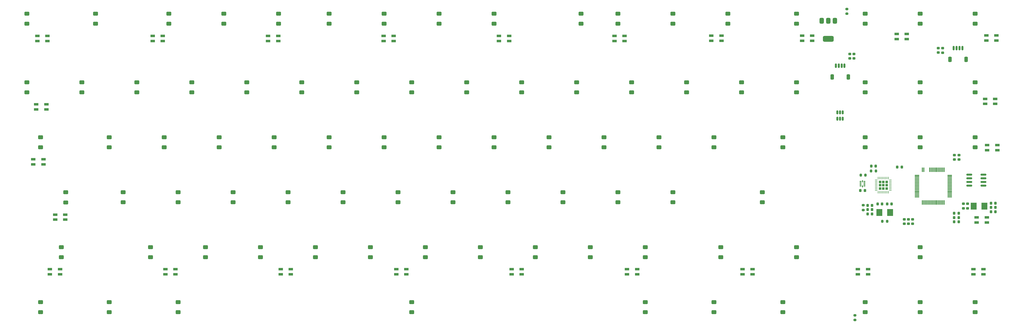
<source format=gbr>
%TF.GenerationSoftware,KiCad,Pcbnew,8.99.0-2209-g89a3b7baa5*%
%TF.CreationDate,2024-09-04T15:50:09+07:00*%
%TF.ProjectId,merisi_ob,6d657269-7369-45f6-9f62-2e6b69636164,rev?*%
%TF.SameCoordinates,Original*%
%TF.FileFunction,Paste,Bot*%
%TF.FilePolarity,Positive*%
%FSLAX46Y46*%
G04 Gerber Fmt 4.6, Leading zero omitted, Abs format (unit mm)*
G04 Created by KiCad (PCBNEW 8.99.0-2209-g89a3b7baa5) date 2024-09-04 15:50:09*
%MOMM*%
%LPD*%
G01*
G04 APERTURE LIST*
G04 Aperture macros list*
%AMRoundRect*
0 Rectangle with rounded corners*
0 $1 Rounding radius*
0 $2 $3 $4 $5 $6 $7 $8 $9 X,Y pos of 4 corners*
0 Add a 4 corners polygon primitive as box body*
4,1,4,$2,$3,$4,$5,$6,$7,$8,$9,$2,$3,0*
0 Add four circle primitives for the rounded corners*
1,1,$1+$1,$2,$3*
1,1,$1+$1,$4,$5*
1,1,$1+$1,$6,$7*
1,1,$1+$1,$8,$9*
0 Add four rect primitives between the rounded corners*
20,1,$1+$1,$2,$3,$4,$5,0*
20,1,$1+$1,$4,$5,$6,$7,0*
20,1,$1+$1,$6,$7,$8,$9,0*
20,1,$1+$1,$8,$9,$2,$3,0*%
G04 Aperture macros list end*
%ADD10R,1.600000X0.850000*%
%ADD11RoundRect,0.250000X0.600000X-0.400000X0.600000X0.400000X-0.600000X0.400000X-0.600000X-0.400000X0*%
%ADD12RoundRect,0.225000X0.225000X0.250000X-0.225000X0.250000X-0.225000X-0.250000X0.225000X-0.250000X0*%
%ADD13RoundRect,0.225000X-0.250000X0.225000X-0.250000X-0.225000X0.250000X-0.225000X0.250000X0.225000X0*%
%ADD14RoundRect,0.150000X0.150000X0.625000X-0.150000X0.625000X-0.150000X-0.625000X0.150000X-0.625000X0*%
%ADD15RoundRect,0.250000X0.350000X0.650000X-0.350000X0.650000X-0.350000X-0.650000X0.350000X-0.650000X0*%
%ADD16R,2.000000X2.400000*%
%ADD17RoundRect,0.007500X0.267500X0.117500X-0.267500X0.117500X-0.267500X-0.117500X0.267500X-0.117500X0*%
%ADD18RoundRect,0.006000X0.269000X0.094000X-0.269000X0.094000X-0.269000X-0.094000X0.269000X-0.094000X0*%
%ADD19RoundRect,0.012000X0.138000X-0.288000X0.138000X0.288000X-0.138000X0.288000X-0.138000X-0.288000X0*%
%ADD20RoundRect,0.200000X-0.275000X0.200000X-0.275000X-0.200000X0.275000X-0.200000X0.275000X0.200000X0*%
%ADD21RoundRect,0.225000X-0.225000X-0.250000X0.225000X-0.250000X0.225000X0.250000X-0.225000X0.250000X0*%
%ADD22RoundRect,0.150000X0.825000X0.150000X-0.825000X0.150000X-0.825000X-0.150000X0.825000X-0.150000X0*%
%ADD23RoundRect,0.232500X-0.232500X-0.232500X0.232500X-0.232500X0.232500X0.232500X-0.232500X0.232500X0*%
%ADD24RoundRect,0.062500X-0.375000X-0.062500X0.375000X-0.062500X0.375000X0.062500X-0.375000X0.062500X0*%
%ADD25RoundRect,0.062500X-0.062500X-0.375000X0.062500X-0.375000X0.062500X0.375000X-0.062500X0.375000X0*%
%ADD26RoundRect,0.225000X0.250000X-0.225000X0.250000X0.225000X-0.250000X0.225000X-0.250000X-0.225000X0*%
%ADD27RoundRect,0.375000X-0.375000X0.625000X-0.375000X-0.625000X0.375000X-0.625000X0.375000X0.625000X0*%
%ADD28RoundRect,0.500000X-1.400000X0.500000X-1.400000X-0.500000X1.400000X-0.500000X1.400000X0.500000X0*%
%ADD29RoundRect,0.200000X-0.200000X-0.275000X0.200000X-0.275000X0.200000X0.275000X-0.200000X0.275000X0*%
%ADD30RoundRect,0.200000X0.200000X0.275000X-0.200000X0.275000X-0.200000X-0.275000X0.200000X-0.275000X0*%
%ADD31RoundRect,0.150000X0.150000X-0.512500X0.150000X0.512500X-0.150000X0.512500X-0.150000X-0.512500X0*%
%ADD32RoundRect,0.075000X0.075000X-0.700000X0.075000X0.700000X-0.075000X0.700000X-0.075000X-0.700000X0*%
%ADD33RoundRect,0.075000X0.700000X-0.075000X0.700000X0.075000X-0.700000X0.075000X-0.700000X-0.075000X0*%
G04 APERTURE END LIST*
D10*
%TO.C,DRGB6*%
X522670000Y458905000D03*
X522670000Y460655000D03*
X526170000Y460655000D03*
X526170000Y458905000D03*
%TD*%
D11*
%TO.C,D81*%
X273638770Y364230798D03*
X273638770Y367730798D03*
%TD*%
D10*
%TO.C,DRGB24*%
X472740000Y379135000D03*
X472740000Y377385000D03*
X469240000Y377385000D03*
X469240000Y379135000D03*
%TD*%
D11*
%TO.C,D33*%
X487950770Y464243298D03*
X487950770Y467743298D03*
%TD*%
%TO.C,D1*%
X221250770Y440430798D03*
X221250770Y443930798D03*
%TD*%
D10*
%TO.C,DRGB28*%
X557540000Y422135000D03*
X557540000Y420385000D03*
X554040000Y420385000D03*
X554040000Y422135000D03*
%TD*%
D11*
%TO.C,D66*%
X264113270Y383280798D03*
X264113270Y386780798D03*
%TD*%
%TO.C,D12*%
X430800770Y440430798D03*
X430800770Y443930798D03*
%TD*%
D12*
%TO.C,C24*%
X514155000Y399800000D03*
X512605000Y399800000D03*
%TD*%
D13*
%TO.C,C11*%
X538580000Y455765000D03*
X538580000Y454215000D03*
%TD*%
D11*
%TO.C,D59*%
X349838270Y402330798D03*
X349838270Y405830798D03*
%TD*%
D14*
%TO.C,J5*%
X504592230Y449673275D03*
X503592230Y449673275D03*
X502592230Y449673275D03*
X501592230Y449673275D03*
D15*
X505892230Y445798275D03*
X500292230Y445798275D03*
%TD*%
D11*
%TO.C,D22*%
X289500000Y464252500D03*
X289500000Y467752500D03*
%TD*%
D16*
%TO.C,Y2*%
X516682500Y398780000D03*
X520382500Y398780000D03*
%TD*%
D10*
%TO.C,DRGB12*%
X304870000Y458265000D03*
X304870000Y460015000D03*
X308370000Y460015000D03*
X308370000Y458265000D03*
%TD*%
%TO.C,DRGB19*%
X272740000Y379135000D03*
X272740000Y377385000D03*
X269240000Y377385000D03*
X269240000Y379135000D03*
%TD*%
D11*
%TO.C,D25*%
X326025770Y464243298D03*
X326025770Y467743298D03*
%TD*%
D13*
%TO.C,C6*%
X528190000Y396450000D03*
X528190000Y394900000D03*
%TD*%
D10*
%TO.C,DRGB15*%
X228010000Y436275000D03*
X228010000Y434525000D03*
X224510000Y434525000D03*
X224510000Y436275000D03*
%TD*%
D11*
%TO.C,D48*%
X459375770Y421380798D03*
X459375770Y424880798D03*
%TD*%
D13*
%TO.C,C12*%
X506390000Y453770000D03*
X506390000Y452220000D03*
%TD*%
D11*
%TO.C,D80*%
X487950770Y383280798D03*
X487950770Y386780798D03*
%TD*%
D10*
%TO.C,DRGB8*%
X458430000Y458315000D03*
X458430000Y460065000D03*
X461930000Y460065000D03*
X461930000Y458315000D03*
%TD*%
D11*
%TO.C,D43*%
X364125770Y421380798D03*
X364125770Y424880798D03*
%TD*%
%TO.C,D36*%
X549863270Y464243298D03*
X549863270Y467743298D03*
%TD*%
%TO.C,D76*%
X435563270Y383280798D03*
X435563270Y386780798D03*
%TD*%
%TO.C,D67*%
X476118870Y402330798D03*
X476118870Y405830798D03*
%TD*%
%TO.C,D74*%
X397463270Y383280798D03*
X397463270Y386780798D03*
%TD*%
%TO.C,D42*%
X345075770Y421380798D03*
X345075770Y424880798D03*
%TD*%
D13*
%TO.C,C13*%
X507850000Y453770000D03*
X507850000Y452220000D03*
%TD*%
D11*
%TO.C,D70*%
X321263270Y383280798D03*
X321263270Y386780798D03*
%TD*%
D17*
%TO.C,U6*%
X511532500Y409530000D03*
D18*
X511532500Y409030000D03*
X511532500Y408530000D03*
D17*
X511532500Y408030000D03*
D19*
X510857500Y407880000D03*
D17*
X510182500Y408030000D03*
D18*
X510182500Y408530000D03*
X510182500Y409030000D03*
D17*
X510182500Y409530000D03*
D19*
X510857500Y409680000D03*
%TD*%
D11*
%TO.C,D86*%
X354610770Y364243298D03*
X354610770Y367743298D03*
%TD*%
%TO.C,D11*%
X411750770Y440430798D03*
X411750770Y443930798D03*
%TD*%
D13*
%TO.C,C10*%
X537110000Y455775000D03*
X537110000Y454225000D03*
%TD*%
D11*
%TO.C,D58*%
X330788270Y402330798D03*
X330788270Y405830798D03*
%TD*%
%TO.C,D37*%
X249825770Y421380798D03*
X249825770Y424880798D03*
%TD*%
%TO.C,D68*%
X283163270Y383280798D03*
X283163270Y386780798D03*
%TD*%
%TO.C,D53*%
X549863270Y421380798D03*
X549863270Y424880798D03*
%TD*%
D10*
%TO.C,DRGB23*%
X432740000Y379135000D03*
X432740000Y377385000D03*
X429240000Y377385000D03*
X429240000Y379135000D03*
%TD*%
%TO.C,DRGB13*%
X264870000Y458265000D03*
X264870000Y460015000D03*
X268370000Y460015000D03*
X268370000Y458265000D03*
%TD*%
D11*
%TO.C,D9*%
X373650770Y440430798D03*
X373650770Y443930798D03*
%TD*%
D13*
%TO.C,C18*%
X544230000Y418715000D03*
X544230000Y417165000D03*
%TD*%
D20*
%TO.C,R1*%
X508160000Y363185000D03*
X508160000Y361535000D03*
%TD*%
D11*
%TO.C,D56*%
X292688270Y402330798D03*
X292688270Y405830798D03*
%TD*%
D10*
%TO.C,DRGB17*%
X234550000Y398085000D03*
X234550000Y396335000D03*
X231050000Y396335000D03*
X231050000Y398085000D03*
%TD*%
D11*
%TO.C,D15*%
X487950770Y440430798D03*
X487950770Y443930798D03*
%TD*%
D21*
%TO.C,C20*%
X519340000Y401800000D03*
X520890000Y401800000D03*
%TD*%
D11*
%TO.C,D49*%
X234720000Y402310000D03*
X234720000Y405810000D03*
%TD*%
D22*
%TO.C,U3*%
X552735000Y411895000D03*
X552735000Y410625000D03*
X552735000Y409355000D03*
X552735000Y408085000D03*
X547785000Y408085000D03*
X547785000Y409355000D03*
X547785000Y410625000D03*
X547785000Y411895000D03*
%TD*%
D11*
%TO.C,D2*%
X240300770Y440430798D03*
X240300770Y443930798D03*
%TD*%
D20*
%TO.C,R12*%
X511050000Y401335000D03*
X511050000Y399685000D03*
%TD*%
D10*
%TO.C,DRGB14*%
X224870000Y458265000D03*
X224870000Y460015000D03*
X228370000Y460015000D03*
X228370000Y458265000D03*
%TD*%
D12*
%TO.C,C23*%
X514155000Y401260000D03*
X512605000Y401260000D03*
%TD*%
D11*
%TO.C,D62*%
X406988270Y402330798D03*
X406988270Y405830798D03*
%TD*%
D23*
%TO.C,U7*%
X516882500Y409430000D03*
X516882500Y408280000D03*
X516882500Y407130000D03*
X518032500Y409430000D03*
X518032500Y408280000D03*
X518032500Y407130000D03*
X519182500Y409430000D03*
X519182500Y408280000D03*
X519182500Y407130000D03*
D24*
X515595000Y406530000D03*
X515595000Y407030000D03*
X515595000Y407530000D03*
X515595000Y408030000D03*
X515595000Y408530000D03*
X515595000Y409030000D03*
X515595000Y409530000D03*
X515595000Y410030000D03*
D25*
X516282500Y410717500D03*
X516782500Y410717500D03*
X517282500Y410717500D03*
X517782500Y410717500D03*
X518282500Y410717500D03*
X518782500Y410717500D03*
X519282500Y410717500D03*
X519782500Y410717500D03*
D24*
X520470000Y410030000D03*
X520470000Y409530000D03*
X520470000Y409030000D03*
X520470000Y408530000D03*
X520470000Y408030000D03*
X520470000Y407530000D03*
X520470000Y407030000D03*
X520470000Y406530000D03*
D25*
X519782500Y405842500D03*
X519282500Y405842500D03*
X518782500Y405842500D03*
X518282500Y405842500D03*
X517782500Y405842500D03*
X517282500Y405842500D03*
X516782500Y405842500D03*
X516282500Y405842500D03*
%TD*%
D11*
%TO.C,D18*%
X549863270Y440430798D03*
X549863270Y443930798D03*
%TD*%
D26*
%TO.C,C17*%
X542650000Y417180000D03*
X542650000Y418730000D03*
%TD*%
D10*
%TO.C,DRGB18*%
X232740000Y379135000D03*
X232740000Y377385000D03*
X229240000Y377385000D03*
X229240000Y379135000D03*
%TD*%
D11*
%TO.C,D40*%
X306975770Y421380798D03*
X306975770Y424880798D03*
%TD*%
D12*
%TO.C,C7*%
X556920000Y402020000D03*
X555370000Y402020000D03*
%TD*%
D11*
%TO.C,D17*%
X530813270Y440430798D03*
X530813270Y443930798D03*
%TD*%
%TO.C,D52*%
X530813270Y421380798D03*
X530813270Y424880798D03*
%TD*%
D27*
%TO.C,U4*%
X496690000Y465290000D03*
X498990000Y465290000D03*
D28*
X498990000Y458990000D03*
D27*
X501290000Y465290000D03*
%TD*%
D10*
%TO.C,DRGB10*%
X384870000Y458265000D03*
X384870000Y460015000D03*
X388370000Y460015000D03*
X388370000Y458265000D03*
%TD*%
D11*
%TO.C,D90*%
X435563770Y364230798D03*
X435563770Y367730798D03*
%TD*%
%TO.C,D54*%
X254588270Y402330798D03*
X254588270Y405830798D03*
%TD*%
%TO.C,D29*%
X413320000Y464260000D03*
X413320000Y467760000D03*
%TD*%
%TO.C,D94*%
X483188770Y364230798D03*
X483188770Y367730798D03*
%TD*%
D10*
%TO.C,DRGB27*%
X553900000Y397095000D03*
X553900000Y395345000D03*
X550400000Y395345000D03*
X550400000Y397095000D03*
%TD*%
D11*
%TO.C,D10*%
X392700770Y440430798D03*
X392700770Y443930798D03*
%TD*%
%TO.C,D19*%
X221250770Y464243298D03*
X221250770Y467743298D03*
%TD*%
%TO.C,D6*%
X316500770Y440430798D03*
X316500770Y443930798D03*
%TD*%
%TO.C,D26*%
X345075770Y464243298D03*
X345075770Y467743298D03*
%TD*%
%TO.C,D13*%
X449850770Y440430798D03*
X449850770Y443930798D03*
%TD*%
%TO.C,D44*%
X383175770Y421380798D03*
X383175770Y424880798D03*
%TD*%
%TO.C,D8*%
X354600770Y440430798D03*
X354600770Y443930798D03*
%TD*%
%TO.C,D65*%
X233231370Y383280798D03*
X233231370Y386780798D03*
%TD*%
%TO.C,D72*%
X359363270Y383280798D03*
X359363270Y386780798D03*
%TD*%
%TO.C,D64*%
X445088270Y402330798D03*
X445088270Y405830798D03*
%TD*%
%TO.C,D79*%
X461757270Y383280798D03*
X461757270Y386780798D03*
%TD*%
%TO.C,D3*%
X259350770Y440430798D03*
X259350770Y443930798D03*
%TD*%
%TO.C,D61*%
X387938270Y402330798D03*
X387938270Y405830798D03*
%TD*%
D12*
%TO.C,C2*%
X544150000Y397050000D03*
X542600000Y397050000D03*
%TD*%
D10*
%TO.C,DRGB7*%
X489920000Y458335000D03*
X489920000Y460085000D03*
X493420000Y460085000D03*
X493420000Y458335000D03*
%TD*%
D12*
%TO.C,C3*%
X544150000Y395590000D03*
X542600000Y395590000D03*
%TD*%
D11*
%TO.C,D55*%
X273638270Y402330798D03*
X273638270Y405830798D03*
%TD*%
%TO.C,D7*%
X335550770Y440430798D03*
X335550770Y443930798D03*
%TD*%
%TO.C,D24*%
X226013770Y421380798D03*
X226013770Y424880798D03*
%TD*%
%TO.C,D71*%
X340313270Y383280798D03*
X340313270Y386780798D03*
%TD*%
%TO.C,D23*%
X308470000Y464250000D03*
X308470000Y467750000D03*
%TD*%
%TO.C,D5*%
X297450770Y440430798D03*
X297450770Y443930798D03*
%TD*%
D29*
%TO.C,R9*%
X510207500Y411780000D03*
X511857500Y411780000D03*
%TD*%
D11*
%TO.C,D27*%
X364125770Y464243298D03*
X364125770Y467743298D03*
%TD*%
D12*
%TO.C,C1*%
X544150000Y398520000D03*
X542600000Y398520000D03*
%TD*%
D30*
%TO.C,R10*%
X519357500Y395780000D03*
X517707500Y395780000D03*
%TD*%
D11*
%TO.C,D75*%
X416513270Y383280798D03*
X416513270Y386780798D03*
%TD*%
%TO.C,D57*%
X311738270Y402330798D03*
X311738270Y405830798D03*
%TD*%
%TO.C,D78*%
X249825770Y364230798D03*
X249825770Y367730798D03*
%TD*%
D31*
%TO.C,U5*%
X504002500Y431282500D03*
X503052500Y431282500D03*
X502102500Y431282500D03*
X502102500Y433557500D03*
X503052500Y433557500D03*
X504002500Y433557500D03*
%TD*%
D16*
%TO.C,Y1*%
X553040000Y401000000D03*
X549340000Y401000000D03*
%TD*%
D11*
%TO.C,D93*%
X459375770Y364230798D03*
X459375770Y367730798D03*
%TD*%
%TO.C,D60*%
X368888270Y402330798D03*
X368888270Y405830798D03*
%TD*%
D10*
%TO.C,DRGB9*%
X424870000Y458265000D03*
X424870000Y460015000D03*
X428370000Y460015000D03*
X428370000Y458265000D03*
%TD*%
D11*
%TO.C,D95*%
X511763270Y364230798D03*
X511763270Y367730798D03*
%TD*%
D21*
%TO.C,C22*%
X513850000Y414850000D03*
X515400000Y414850000D03*
%TD*%
D11*
%TO.C,D96*%
X530813270Y364230798D03*
X530813270Y367730798D03*
%TD*%
D10*
%TO.C,DRGB5*%
X553730000Y458415000D03*
X553730000Y460165000D03*
X557230000Y460165000D03*
X557230000Y458415000D03*
%TD*%
D11*
%TO.C,D41*%
X326025770Y421380798D03*
X326025770Y424880798D03*
%TD*%
%TO.C,D77*%
X226013770Y364230798D03*
X226013770Y367730798D03*
%TD*%
%TO.C,D39*%
X287925770Y421380798D03*
X287925770Y424880798D03*
%TD*%
D12*
%TO.C,C25*%
X514160000Y398330000D03*
X512610000Y398330000D03*
%TD*%
D11*
%TO.C,D38*%
X268875770Y421380798D03*
X268875770Y424880798D03*
%TD*%
%TO.C,D4*%
X278400770Y440430798D03*
X278400770Y443930798D03*
%TD*%
%TO.C,D14*%
X468900770Y440430798D03*
X468900770Y443930798D03*
%TD*%
D10*
%TO.C,DRGB22*%
X392740000Y379135000D03*
X392740000Y377385000D03*
X389240000Y377385000D03*
X389240000Y379135000D03*
%TD*%
D12*
%TO.C,C16*%
X524420000Y414540000D03*
X522870000Y414540000D03*
%TD*%
D11*
%TO.C,D21*%
X270440000Y464243298D03*
X270440000Y467743298D03*
%TD*%
%TO.C,D69*%
X302213270Y383280798D03*
X302213270Y386780798D03*
%TD*%
%TO.C,D16*%
X511763270Y440430798D03*
X511763270Y443930798D03*
%TD*%
%TO.C,D45*%
X402225770Y421380798D03*
X402225770Y424880798D03*
%TD*%
D13*
%TO.C,C15*%
X545780000Y401820000D03*
X545780000Y400270000D03*
%TD*%
D11*
%TO.C,D51*%
X511763270Y421380798D03*
X511763270Y424880798D03*
%TD*%
%TO.C,D30*%
X426038270Y464243298D03*
X426038270Y467743298D03*
%TD*%
D10*
%TO.C,DRGB11*%
X344870000Y458265000D03*
X344870000Y460015000D03*
X348370000Y460015000D03*
X348370000Y458265000D03*
%TD*%
D14*
%TO.C,J4*%
X545433730Y455773275D03*
X544433730Y455773275D03*
X543433730Y455773275D03*
X542433730Y455773275D03*
D15*
X546733730Y451898275D03*
X541133730Y451898275D03*
%TD*%
D12*
%TO.C,C21*%
X517615000Y401800000D03*
X516065000Y401800000D03*
%TD*%
D11*
%TO.C,D73*%
X378413270Y383280798D03*
X378413270Y386780798D03*
%TD*%
D10*
%TO.C,DRGB20*%
X312740000Y379135000D03*
X312740000Y377385000D03*
X309240000Y377385000D03*
X309240000Y379135000D03*
%TD*%
%TO.C,DRGB25*%
X512740000Y379135000D03*
X512740000Y377385000D03*
X509240000Y377385000D03*
X509240000Y379135000D03*
%TD*%
D11*
%TO.C,D97*%
X549863270Y364230798D03*
X549863270Y367730798D03*
%TD*%
D13*
%TO.C,C5*%
X526730000Y396450000D03*
X526730000Y394900000D03*
%TD*%
D10*
%TO.C,DRGB16*%
X227000000Y417225000D03*
X227000000Y415475000D03*
X223500000Y415475000D03*
X223500000Y417225000D03*
%TD*%
D11*
%TO.C,D46*%
X421275770Y421380798D03*
X421275770Y424880798D03*
%TD*%
D12*
%TO.C,C9*%
X556910000Y399100000D03*
X555360000Y399100000D03*
%TD*%
D10*
%TO.C,DRGB26*%
X552740000Y379135000D03*
X552740000Y377385000D03*
X549240000Y377385000D03*
X549240000Y379135000D03*
%TD*%
D20*
%TO.C,R8*%
X505430000Y469350000D03*
X505430000Y467700000D03*
%TD*%
D11*
%TO.C,D63*%
X426038270Y402330798D03*
X426038270Y405830798D03*
%TD*%
%TO.C,D47*%
X440325770Y421380798D03*
X440325770Y424880798D03*
%TD*%
D21*
%TO.C,C19*%
X510085000Y406400000D03*
X511635000Y406400000D03*
%TD*%
D11*
%TO.C,D31*%
X445088270Y464243298D03*
X445088270Y467743298D03*
%TD*%
D10*
%TO.C,DRGB21*%
X352740000Y379135000D03*
X352740000Y377385000D03*
X349240000Y377385000D03*
X349240000Y379135000D03*
%TD*%
%TO.C,DRGB29*%
X556810000Y438205000D03*
X556810000Y436455000D03*
X553310000Y436455000D03*
X553310000Y438205000D03*
%TD*%
D13*
%TO.C,C14*%
X547250000Y401815000D03*
X547250000Y400265000D03*
%TD*%
D11*
%TO.C,D32*%
X464138270Y464243298D03*
X464138270Y467743298D03*
%TD*%
D32*
%TO.C,U2*%
X539100000Y402285000D03*
X538600000Y402285000D03*
X538100000Y402285000D03*
X537600000Y402285000D03*
X537100000Y402285000D03*
X536600000Y402285000D03*
X536100000Y402285000D03*
X535600000Y402285000D03*
X535100000Y402285000D03*
X534600000Y402285000D03*
X534100000Y402285000D03*
X533600000Y402285000D03*
X533100000Y402285000D03*
X532600000Y402285000D03*
X532100000Y402285000D03*
X531600000Y402285000D03*
D33*
X529675000Y404210000D03*
X529675000Y404710000D03*
X529675000Y405210000D03*
X529675000Y405710000D03*
X529675000Y406210000D03*
X529675000Y406710000D03*
X529675000Y407210000D03*
X529675000Y407710000D03*
X529675000Y408210000D03*
X529675000Y408710000D03*
X529675000Y409210000D03*
X529675000Y409710000D03*
X529675000Y410210000D03*
X529675000Y410710000D03*
X529675000Y411210000D03*
X529675000Y411710000D03*
D32*
X531600000Y413635000D03*
X532100000Y413635000D03*
X534100000Y413635000D03*
X534600000Y413635000D03*
X535100000Y413635000D03*
X535600000Y413635000D03*
X536100000Y413635000D03*
X536600000Y413635000D03*
X537100000Y413635000D03*
X537600000Y413635000D03*
X538100000Y413635000D03*
X538600000Y413635000D03*
X539100000Y413635000D03*
D33*
X541025000Y411710000D03*
X541025000Y411210000D03*
X541025000Y410710000D03*
X541025000Y410210000D03*
X541025000Y409710000D03*
X541025000Y409210000D03*
X541025000Y408710000D03*
X541025000Y408210000D03*
X541025000Y407710000D03*
X541025000Y407210000D03*
X541025000Y406710000D03*
X541025000Y406210000D03*
X541025000Y405710000D03*
X541025000Y405210000D03*
X541025000Y404710000D03*
X541025000Y404210000D03*
%TD*%
D11*
%TO.C,D50*%
X483188770Y421380798D03*
X483188770Y424880798D03*
%TD*%
D12*
%TO.C,C8*%
X556910000Y400560000D03*
X555360000Y400560000D03*
%TD*%
D11*
%TO.C,D20*%
X245063270Y464243298D03*
X245063270Y467743298D03*
%TD*%
%TO.C,D34*%
X511763270Y464243298D03*
X511763270Y467743298D03*
%TD*%
%TO.C,D82*%
X530813270Y383280798D03*
X530813270Y386780798D03*
%TD*%
D30*
%TO.C,R11*%
X515460000Y413230000D03*
X513810000Y413230000D03*
%TD*%
D11*
%TO.C,D28*%
X383175770Y464243298D03*
X383175770Y467743298D03*
%TD*%
D13*
%TO.C,C4*%
X525270000Y396460000D03*
X525270000Y394910000D03*
%TD*%
D11*
%TO.C,D35*%
X530813270Y464243298D03*
X530813270Y467743298D03*
%TD*%
M02*

</source>
